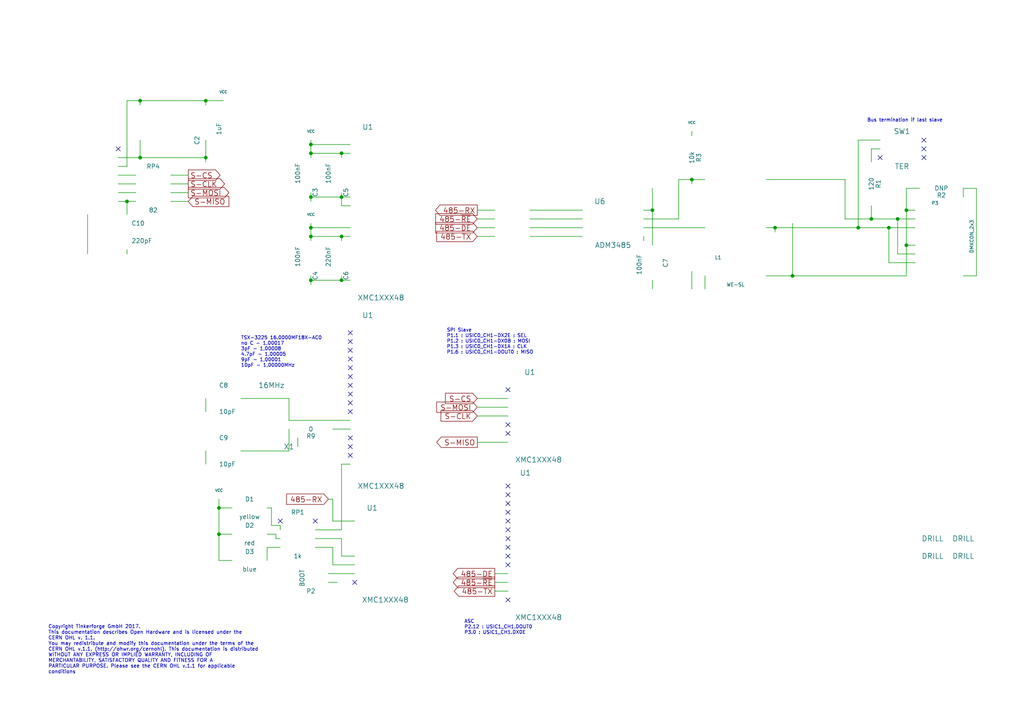
<source format=kicad_sch>
(kicad_sch (version 20230121) (generator eeschema)
  (paper "A4")
  (title_block (title "DMX Bricklet") (date "2017-05-05") (rev "1.0") (company "Tinkerforge GmbH") (comment 1 "Licensed under CERN OHL v.1.1") (comment 2 "Copyright (©) 2017, L.Lauer <lukas@tinkerforge.com>"))
  (lib_symbols)
  (junction (at 63.5 147.32))
  (junction (at 229.87 80.01))
  (junction (at 36.83 58.42))
  (junction (at 99.06 57.15))
  (junction (at 257.81 66.04))
  (junction (at 90.17 41.91))
  (junction (at 224.79 66.04))
  (junction (at 200.66 52.07))
  (junction (at 248.92 66.04))
  (junction (at 99.06 68.58))
  (junction (at 99.06 44.45))
  (junction (at 90.17 81.28))
  (junction (at 99.06 81.28))
  (junction (at 189.23 60.96))
  (junction (at 40.64 29.21))
  (junction (at 59.69 45.72))
  (junction (at 252.73 63.5))
  (junction (at 262.89 60.96))
  (junction (at 260.35 63.5))
  (junction (at 262.89 71.12))
  (junction (at 40.64 45.72))
  (junction (at 59.69 29.21))
  (junction (at 90.17 68.58))
  (junction (at 90.17 57.15))
  (junction (at 63.5 154.94))
  (junction (at 90.17 44.45))
  (junction (at 90.17 66.04))
  (no_connect (at 147.32 123.19))
  (no_connect (at 101.6 109.22))
  (no_connect (at 101.6 111.76))
  (no_connect (at 147.32 113.03))
  (no_connect (at 255.27 45.72))
  (no_connect (at 101.6 116.84))
  (no_connect (at 101.6 99.06))
  (no_connect (at 147.32 161.29))
  (no_connect (at 101.6 106.68))
  (no_connect (at 101.6 104.14))
  (no_connect (at 147.32 156.21))
  (no_connect (at 101.6 96.52))
  (no_connect (at 34.29 43.18))
  (no_connect (at 267.97 40.64))
  (no_connect (at 101.6 132.08))
  (no_connect (at 81.28 151.13))
  (no_connect (at 147.32 140.97))
  (no_connect (at 147.32 163.83))
  (no_connect (at 147.32 173.99))
  (no_connect (at 267.97 45.72))
  (no_connect (at 101.6 114.3))
  (no_connect (at 267.97 43.18))
  (no_connect (at 101.6 119.38))
  (no_connect (at 147.32 158.75))
  (no_connect (at 147.32 153.67))
  (no_connect (at 147.32 151.13))
  (no_connect (at 147.32 125.73))
  (no_connect (at 147.32 143.51))
  (no_connect (at 101.6 101.6))
  (no_connect (at 147.32 146.05))
  (no_connect (at 101.6 127))
  (no_connect (at 102.87 168.91))
  (no_connect (at 101.6 129.54))
  (no_connect (at 147.32 148.59))
  (no_connect (at 91.44 151.13))
  (wire (pts (xy 34.29 55.88) (xy 39.37 55.88)))
  (wire (pts (xy 69.85 115.57) (xy 83.82 115.57)))
  (wire (pts (xy 283.21 54.61) (xy 279.4 54.61)))
  (wire (pts (xy 229.87 80.01) (xy 229.87 64.77)))
  (wire (pts (xy 91.44 158.75) (xy 96.52 158.75)))
  (wire (pts (xy 99.06 57.15) (xy 99.06 59.69)))
  (wire (pts (xy 138.43 115.57) (xy 147.32 115.57)))
  (wire (pts (xy 147.32 168.91) (xy 143.51 168.91)))
  (wire (pts (xy 90.17 40.64) (xy 90.17 41.91)))
  (wire (pts (xy 49.53 55.88) (xy 54.61 55.88)))
  (wire (pts (xy 222.25 66.04) (xy 224.79 66.04)))
  (wire (pts (xy 99.06 81.28) (xy 99.06 80.01)))
  (wire (pts (xy 96.52 158.75) (xy 96.52 163.83)))
  (wire (pts (xy 245.11 63.5) (xy 252.73 63.5)))
  (wire (pts (xy 245.11 52.07) (xy 245.11 63.5)))
  (wire (pts (xy 200.66 52.07) (xy 204.47 52.07)))
  (wire (pts (xy 90.17 41.91) (xy 90.17 44.45)))
  (wire (pts (xy 265.43 71.12) (xy 262.89 71.12)))
  (wire (pts (xy 59.69 30.48) (xy 59.69 29.21)))
  (wire (pts (xy 90.17 55.88) (xy 90.17 57.15)))
  (wire (pts (xy 252.73 46.99) (xy 252.73 43.18)))
  (wire (pts (xy 222.25 80.01) (xy 229.87 80.01)))
  (wire (pts (xy 63.5 147.32) (xy 67.31 147.32)))
  (wire (pts (xy 59.69 134.62) (xy 59.69 130.81)))
  (wire (pts (xy 36.83 48.26) (xy 36.83 29.21)))
  (wire (pts (xy 189.23 60.96) (xy 186.69 60.96)))
  (wire (pts (xy 99.06 81.28) (xy 101.6 81.28)))
  (wire (pts (xy 266.7 54.61) (xy 262.89 54.61)))
  (wire (pts (xy 99.06 153.67) (xy 91.44 153.67)))
  (wire (pts (xy 34.29 58.42) (xy 36.83 58.42)))
  (wire (pts (xy 257.81 66.04) (xy 265.43 66.04)))
  (wire (pts (xy 99.06 59.69) (xy 101.6 59.69)))
  (wire (pts (xy 59.69 29.21) (xy 64.77 29.21)))
  (wire (pts (xy 262.89 60.96) (xy 262.89 71.12)))
  (wire (pts (xy 99.06 134.62) (xy 99.06 153.67)))
  (wire (pts (xy 189.23 81.28) (xy 189.23 83.82)))
  (wire (pts (xy 90.17 66.04) (xy 90.17 68.58)))
  (wire (pts (xy 262.89 71.12) (xy 262.89 80.01)))
  (wire (pts (xy 80.01 154.94) (xy 77.47 154.94)))
  (wire (pts (xy 138.43 128.27) (xy 147.32 128.27)))
  (wire (pts (xy 77.47 162.56) (xy 77.47 158.75)))
  (wire (pts (xy 262.89 54.61) (xy 262.89 60.96)))
  (wire (pts (xy 252.73 59.69) (xy 252.73 63.5)))
  (wire (pts (xy 153.67 60.96) (xy 168.91 60.96)))
  (wire (pts (xy 90.17 44.45) (xy 90.17 45.72)))
  (wire (pts (xy 189.23 60.96) (xy 189.23 71.12)))
  (wire (pts (xy 83.82 115.57) (xy 83.82 121.92)))
  (wire (pts (xy 90.17 68.58) (xy 90.17 69.85)))
  (wire (pts (xy 90.17 57.15) (xy 90.17 58.42)))
  (wire (pts (xy 49.53 53.34) (xy 54.61 53.34)))
  (wire (pts (xy 81.28 153.67) (xy 81.28 152.4)))
  (wire (pts (xy 59.69 45.72) (xy 40.64 45.72)))
  (wire (pts (xy 40.64 29.21) (xy 59.69 29.21)))
  (wire (pts (xy 101.6 41.91) (xy 90.17 41.91)))
  (wire (pts (xy 63.5 154.94) (xy 63.5 162.56)))
  (wire (pts (xy 78.74 152.4) (xy 78.74 147.32)))
  (wire (pts (xy 262.89 80.01) (xy 229.87 80.01)))
  (wire (pts (xy 36.83 58.42) (xy 39.37 58.42)))
  (wire (pts (xy 200.66 53.34) (xy 200.66 52.07)))
  (wire (pts (xy 96.52 151.13) (xy 96.52 144.78)))
  (wire (pts (xy 224.79 67.31) (xy 224.79 66.04)))
  (wire (pts (xy 90.17 44.45) (xy 99.06 44.45)))
  (wire (pts (xy 138.43 60.96) (xy 143.51 60.96)))
  (wire (pts (xy 138.43 118.11) (xy 147.32 118.11)))
  (wire (pts (xy 102.87 166.37) (xy 95.25 166.37)))
  (wire (pts (xy 99.06 68.58) (xy 99.06 69.85)))
  (wire (pts (xy 101.6 66.04) (xy 90.17 66.04)))
  (wire (pts (xy 90.17 64.77) (xy 90.17 66.04)))
  (wire (pts (xy 265.43 60.96) (xy 262.89 60.96)))
  (wire (pts (xy 283.21 80.01) (xy 283.21 54.61)))
  (wire (pts (xy 186.69 66.04) (xy 204.47 66.04)))
  (wire (pts (xy 153.67 63.5) (xy 168.91 63.5)))
  (wire (pts (xy 257.81 66.04) (xy 257.81 76.2)))
  (wire (pts (xy 77.47 158.75) (xy 81.28 158.75)))
  (wire (pts (xy 69.85 130.81) (xy 83.82 130.81)))
  (wire (pts (xy 143.51 68.58) (xy 138.43 68.58)))
  (wire (pts (xy 99.06 161.29) (xy 102.87 161.29)))
  (wire (pts (xy 143.51 63.5) (xy 138.43 63.5)))
  (wire (pts (xy 189.23 54.61) (xy 189.23 60.96)))
  (wire (pts (xy 252.73 63.5) (xy 260.35 63.5)))
  (wire (pts (xy 96.52 144.78) (xy 95.25 144.78)))
  (wire (pts (xy 96.52 163.83) (xy 102.87 163.83)))
  (wire (pts (xy 63.5 162.56) (xy 67.31 162.56)))
  (wire (pts (xy 49.53 50.8) (xy 54.61 50.8)))
  (wire (pts (xy 138.43 66.04) (xy 143.51 66.04)))
  (wire (pts (xy 143.51 166.37) (xy 147.32 166.37)))
  (wire (pts (xy 200.66 78.74) (xy 200.66 83.82)))
  (wire (pts (xy 59.69 40.64) (xy 59.69 45.72)))
  (wire (pts (xy 196.85 63.5) (xy 186.69 63.5)))
  (wire (pts (xy 99.06 44.45) (xy 101.6 44.45)))
  (wire (pts (xy 59.69 119.38) (xy 59.69 115.57)))
  (wire (pts (xy 83.82 121.92) (xy 101.6 121.92)))
  (wire (pts (xy 63.5 147.32) (xy 63.5 154.94)))
  (wire (pts (xy 40.64 45.72) (xy 40.64 40.64)))
  (wire (pts (xy 200.66 38.1) (xy 200.66 39.37)))
  (wire (pts (xy 59.69 45.72) (xy 59.69 46.99)))
  (wire (pts (xy 99.06 44.45) (xy 99.06 45.72)))
  (wire (pts (xy 40.64 45.72) (xy 34.29 45.72)))
  (wire (pts (xy 101.6 124.46) (xy 96.52 124.46)))
  (wire (pts (xy 279.4 80.01) (xy 283.21 80.01)))
  (wire (pts (xy 90.17 68.58) (xy 99.06 68.58)))
  (wire (pts (xy 36.83 72.39) (xy 36.83 73.66)))
  (wire (pts (xy 99.06 68.58) (xy 101.6 68.58)))
  (wire (pts (xy 101.6 57.15) (xy 99.06 57.15)))
  (wire (pts (xy 91.44 156.21) (xy 99.06 156.21)))
  (wire (pts (xy 279.4 54.61) (xy 279.4 57.15)))
  (wire (pts (xy 34.29 50.8) (xy 39.37 50.8)))
  (wire (pts (xy 260.35 73.66) (xy 265.43 73.66)))
  (wire (pts (xy 143.51 171.45) (xy 147.32 171.45)))
  (wire (pts (xy 153.67 66.04) (xy 168.91 66.04)))
  (wire (pts (xy 95.25 168.91) (xy 97.79 168.91)))
  (wire (pts (xy 186.69 68.58) (xy 186.69 69.85)))
  (wire (pts (xy 252.73 43.18) (xy 255.27 43.18)))
  (wire (pts (xy 34.29 48.26) (xy 36.83 48.26)))
  (wire (pts (xy 196.85 52.07) (xy 200.66 52.07)))
  (wire (pts (xy 83.82 130.81) (xy 83.82 124.46)))
  (wire (pts (xy 260.35 63.5) (xy 265.43 63.5)))
  (wire (pts (xy 99.06 55.88) (xy 99.06 57.15)))
  (wire (pts (xy 49.53 58.42) (xy 54.61 58.42)))
  (wire (pts (xy 25.4 62.23) (xy 25.4 73.66)))
  (wire (pts (xy 255.27 40.64) (xy 248.92 40.64)))
  (wire (pts (xy 248.92 40.64) (xy 248.92 66.04)))
  (wire (pts (xy 101.6 134.62) (xy 99.06 134.62)))
  (wire (pts (xy 248.92 66.04) (xy 257.81 66.04)))
  (wire (pts (xy 81.28 152.4) (xy 78.74 152.4)))
  (wire (pts (xy 86.36 129.54) (xy 86.36 127)))
  (wire (pts (xy 99.06 156.21) (xy 99.06 161.29)))
  (wire (pts (xy 153.67 68.58) (xy 168.91 68.58)))
  (wire (pts (xy 102.87 151.13) (xy 96.52 151.13)))
  (wire (pts (xy 80.01 156.21) (xy 80.01 154.94)))
  (wire (pts (xy 204.47 80.01) (xy 204.47 83.82)))
  (wire (pts (xy 78.74 147.32) (xy 77.47 147.32)))
  (wire (pts (xy 36.83 29.21) (xy 40.64 29.21)))
  (wire (pts (xy 90.17 81.28) (xy 90.17 82.55)))
  (wire (pts (xy 99.06 57.15) (xy 90.17 57.15)))
  (wire (pts (xy 138.43 120.65) (xy 147.32 120.65)))
  (wire (pts (xy 222.25 52.07) (xy 245.11 52.07)))
  (wire (pts (xy 260.35 63.5) (xy 260.35 73.66)))
  (wire (pts (xy 36.83 62.23) (xy 36.83 58.42)))
  (wire (pts (xy 196.85 52.07) (xy 196.85 63.5)))
  (wire (pts (xy 224.79 66.04) (xy 248.92 66.04)))
  (wire (pts (xy 63.5 154.94) (xy 67.31 154.94)))
  (wire (pts (xy 34.29 53.34) (xy 39.37 53.34)))
  (wire (pts (xy 257.81 76.2) (xy 265.43 76.2)))
  (wire (pts (xy 90.17 81.28) (xy 99.06 81.28)))
  (wire (pts (xy 81.28 156.21) (xy 80.01 156.21)))
  (wire (pts (xy 90.17 80.01) (xy 90.17 81.28)))
  (wire (pts (xy 40.64 30.48) (xy 40.64 29.21)))
  (wire (pts (xy 63.5 144.78) (xy 63.5 147.32)))
  (text "SPI Slave\nP1.1 : USIC0_CH1-DX2E : SEL\nP1.2 : USIC0_CH1-DX0B : MOSI\nP1.3 : USIC0_CH1-DX1A : CLK\nP1.6 : USIC0_CH1-DOUT0 : MISO" (at 129.54 102.87 0) (effects (font (size 0.9906 0.9906)) (justify left bottom)))
  (text "TSX-3225 16.0000MF18X-AC0\nno C - 1,00017\n3pF - 1,00008\n4.7pF - 1,00005\n9pF - 1,00001\n10pF - 1,00000MHz" (at 69.85 106.68 0) (effects (font (size 0.9906 0.9906)) (justify left bottom)))
  (text "Copyright Tinkerforge GmbH 2017.\nThis documentation describes Open Hardware and is licensed under the\nCERN OHL v. 1.1.\nYou may redistribute and modify this documentation under the terms of the\nCERN OHL v.1.1. (http://ohwr.org/cernohl). This documentation is distributed\nWITHOUT ANY EXPRESS OR IMPLIED WARRANTY, INCLUDING OF\nMERCHANTABILITY, SATISFACTORY QUALITY AND FITNESS FOR A\nPARTICULAR PURPOSE. Please see the CERN OHL v.1.1 for applicable\nconditions\n" (at 13.97 195.58 0) (effects (font (size 1.016 1.016)) (justify left bottom)))
  (text "Bus termination if last slave" (at 251.46 35.56 0) (effects (font (size 0.9906 0.9906)) (justify left bottom)))
  (text "ASC\nP2.12 : USIC1_CH1.DOUT0\nP3.0 : USIC1_CH1.DX0E" (at 134.62 184.15 0) (effects (font (size 0.9906 0.9906)) (justify left bottom)))
  (global_label "485-RX" (shape output) (at 138.43 60.96 180) (effects (font (size 1.524 1.524))) (property "Intersheetrefs" "${INTERSHEET_REFS}" (effects hide)))
  (global_label "S-MISO" (shape output) (at 138.43 128.27 180) (effects (font (size 1.524 1.524))) (property "Intersheetrefs" "${INTERSHEET_REFS}" (effects hide)))
  (global_label "S-MOSI" (shape input) (at 138.43 118.11 180) (effects (font (size 1.524 1.524))) (property "Intersheetrefs" "${INTERSHEET_REFS}" (effects hide)))
  (global_label "485-TX" (shape input) (at 138.43 68.58 180) (effects (font (size 1.524 1.524))) (property "Intersheetrefs" "${INTERSHEET_REFS}" (effects hide)))
  (global_label "485-~{RE}" (shape output) (at 143.51 168.91 180) (effects (font (size 1.524 1.524))) (property "Intersheetrefs" "${INTERSHEET_REFS}" (effects hide)))
  (global_label "485-~{RE}" (shape input) (at 138.43 63.5 180) (effects (font (size 1.524 1.524))) (property "Intersheetrefs" "${INTERSHEET_REFS}" (effects hide)))
  (global_label "485-DE" (shape input) (at 138.43 66.04 180) (effects (font (size 1.524 1.524))) (property "Intersheetrefs" "${INTERSHEET_REFS}" (effects hide)))
  (global_label "S-MISO" (shape input) (at 54.61 58.42 0) (effects (font (size 1.524 1.524))) (property "Intersheetrefs" "${INTERSHEET_REFS}" (effects hide)))
  (global_label "485-TX" (shape output) (at 143.51 171.45 180) (effects (font (size 1.524 1.524))) (property "Intersheetrefs" "${INTERSHEET_REFS}" (effects hide)))
  (global_label "485-DE" (shape output) (at 143.51 166.37 180) (effects (font (size 1.524 1.524))) (property "Intersheetrefs" "${INTERSHEET_REFS}" (effects hide)))
  (global_label "S-MOSI" (shape output) (at 54.61 55.88 0) (effects (font (size 1.524 1.524))) (property "Intersheetrefs" "${INTERSHEET_REFS}" (effects hide)))
  (global_label "S-CLK" (shape input) (at 138.43 120.65 180) (effects (font (size 1.524 1.524))) (property "Intersheetrefs" "${INTERSHEET_REFS}" (effects hide)))
  (global_label "S-CS" (shape output) (at 54.61 50.8 0) (effects (font (size 1.524 1.524))) (property "Intersheetrefs" "${INTERSHEET_REFS}" (effects hide)))
  (global_label "S-CLK" (shape output) (at 54.61 53.34 0) (effects (font (size 1.524 1.524))) (property "Intersheetrefs" "${INTERSHEET_REFS}" (effects hide)))
  (global_label "S-CS" (shape input) (at 138.43 115.57 180) (effects (font (size 1.524 1.524))) (property "Intersheetrefs" "${INTERSHEET_REFS}" (effects hide)))
  (global_label "485-RX" (shape input) (at 95.25 144.78 180) (effects (font (size 1.524 1.524))) (property "Intersheetrefs" "${INTERSHEET_REFS}" (effects hide)))
  (symbol (lib_id "CON-SENSOR2") (at 25.4 50.8 0) (mirror y) (unit 1)
    (property "Reference" "P1" (at 21.59 40.64 0) (effects (font (size 1.524 1.524))))
    (property "Value" "CON-SENSOR2" (at 21.59 50.8 90) (effects (font (size 1.524 1.524))))
    (property "Footprint" "kicad-libraries:CON-SENSOR2" (effects hide))
  )
  (symbol (lib_id "VCC") (at 64.77 29.21 0) (unit 1)
    (property "Reference" "#PWR01" (effects hide))
    (property "Value" "VCC" (at 64.77 26.67 0) (effects (font (size 0.762 0.762))))
  )
  (symbol (lib_id "DRILL") (at 279.4 156.21 0) (unit 1)
    (property "Reference" "U4" (effects hide))
    (property "Value" "DRILL" (at 279.4 156.21 0) (effects (font (size 1.524 1.524))))
    (property "Footprint" "kicad-libraries:DRILL_NP" (effects hide))
  )
  (symbol (lib_id "DRILL") (at 279.4 161.29 0) (unit 1)
    (property "Reference" "U5" (effects hide))
    (property "Value" "DRILL" (at 279.4 161.29 0) (effects (font (size 1.524 1.524))))
    (property "Footprint" "kicad-libraries:DRILL_NP" (effects hide))
  )
  (symbol (lib_id "DRILL") (at 270.51 161.29 0) (unit 1)
    (property "Reference" "U3" (effects hide))
    (property "Value" "DRILL" (at 270.51 161.29 0) (effects (font (size 1.524 1.524))))
    (property "Footprint" "kicad-libraries:DRILL_NP" (effects hide))
  )
  (symbol (lib_id "DRILL") (at 270.51 156.21 0) (unit 1)
    (property "Reference" "U2" (effects hide))
    (property "Value" "DRILL" (at 270.51 156.21 0) (effects (font (size 1.524 1.524))))
    (property "Footprint" "kicad-libraries:DRILL_NP" (effects hide))
  )
  (symbol (lib_id "C") (at 40.64 35.56 180) (unit 1)
    (property "Reference" "C1" (at 38.1 39.37 90) (effects (justify left)))
    (property "Value" "1uF" (at 44.45 35.56 90) (effects (justify left)))
    (property "Footprint" "kicad-libraries:C0603F" (effects hide))
  )
  (symbol (lib_id "C") (at 59.69 35.56 180) (unit 1)
    (property "Reference" "C2" (at 57.15 39.37 90) (effects (justify left)))
    (property "Value" "1uF" (at 63.5 35.56 90) (effects (justify left)))
    (property "Footprint" "kicad-libraries:C0603F" (effects hide))
  )
  (symbol (lib_id "GND") (at 59.69 46.99 0) (unit 1)
    (property "Reference" "#PWR02" (effects hide))
    (property "Value" "GND" (effects hide))
  )
  (symbol (lib_id "XMC1XXX48") (at 110.49 115.57 0) (unit 2)
    (property "Reference" "U1" (at 106.68 91.44 0) (effects (font (size 1.524 1.524))))
    (property "Value" "XMC1XXX48" (at 110.49 140.97 0) (effects (font (size 1.524 1.524))))
    (property "Footprint" "kicad-libraries:QFN48-EP2" (effects hide))
  )
  (symbol (lib_id "XMC1XXX48") (at 110.49 60.96 0) (unit 1)
    (property "Reference" "U1" (at 106.68 36.83 0) (effects (font (size 1.524 1.524))))
    (property "Value" "XMC1XXX48" (at 110.49 86.36 0) (effects (font (size 1.524 1.524))))
    (property "Footprint" "kicad-libraries:QFN48-EP2" (effects hide))
  )
  (symbol (lib_id "XMC1XXX48") (at 156.21 153.67 0) (unit 4)
    (property "Reference" "U1" (at 152.4 137.16 0) (effects (font (size 1.524 1.524))))
    (property "Value" "XMC1XXX48" (at 156.21 179.07 0) (effects (font (size 1.524 1.524))))
    (property "Footprint" "kicad-libraries:QFN48-EP2" (effects hide))
  )
  (symbol (lib_id "XMC1XXX48") (at 156.21 120.65 0) (unit 3)
    (property "Reference" "U1" (at 153.67 107.95 0) (effects (font (size 1.524 1.524))))
    (property "Value" "XMC1XXX48" (at 156.21 133.35 0) (effects (font (size 1.524 1.524))))
    (property "Footprint" "kicad-libraries:QFN48-EP2" (effects hide))
  )
  (symbol (lib_id "XMC1XXX48") (at 111.76 158.75 0) (unit 5)
    (property "Reference" "U1" (at 107.95 147.32 0) (effects (font (size 1.524 1.524))))
    (property "Value" "XMC1XXX48" (at 111.76 173.99 0) (effects (font (size 1.524 1.524))))
    (property "Footprint" "kicad-libraries:QFN48-EP2" (effects hide))
  )
  (symbol (lib_id "C") (at 90.17 50.8 0) (unit 1)
    (property "Reference" "C3" (at 91.44 57.15 90) (effects (justify left)))
    (property "Value" "100nF" (at 86.36 53.34 90) (effects (justify left)))
    (property "Footprint" "kicad-libraries:C0603F" (effects hide))
  )
  (symbol (lib_id "C") (at 99.06 50.8 0) (unit 1)
    (property "Reference" "C5" (at 100.33 57.15 90) (effects (justify left)))
    (property "Value" "100nF" (at 95.25 53.34 90) (effects (justify left)))
    (property "Footprint" "kicad-libraries:C0603F" (effects hide))
  )
  (symbol (lib_id "C") (at 99.06 74.93 0) (unit 1)
    (property "Reference" "C6" (at 100.33 81.28 90) (effects (justify left)))
    (property "Value" "220nF" (at 95.25 77.47 90) (effects (justify left)))
    (property "Footprint" "kicad-libraries:C0603F" (effects hide))
  )
  (symbol (lib_id "C") (at 90.17 74.93 0) (unit 1)
    (property "Reference" "C4" (at 91.44 81.28 90) (effects (justify left)))
    (property "Value" "100nF" (at 86.36 77.47 90) (effects (justify left)))
    (property "Footprint" "kicad-libraries:C0603F" (effects hide))
  )
  (symbol (lib_id "VCC") (at 90.17 40.64 0) (unit 1)
    (property "Reference" "#PWR03" (effects hide))
    (property "Value" "VCC" (at 90.17 38.1 0) (effects (font (size 0.762 0.762))))
  )
  (symbol (lib_id "VCC") (at 90.17 64.77 0) (unit 1)
    (property "Reference" "#PWR04" (effects hide))
    (property "Value" "VCC" (at 90.17 62.23 0) (effects (font (size 0.762 0.762))))
  )
  (symbol (lib_id "GND") (at 90.17 58.42 0) (unit 1)
    (property "Reference" "#PWR05" (effects hide))
    (property "Value" "GND" (effects hide))
  )
  (symbol (lib_id "GND") (at 90.17 82.55 0) (unit 1)
    (property "Reference" "#PWR06" (effects hide))
    (property "Value" "GND" (effects hide))
  )
  (symbol (lib_id "LED") (at 72.39 147.32 0) (unit 1)
    (property "Reference" "D1" (at 72.39 144.78 0))
    (property "Value" "yellow" (at 72.39 149.86 0))
    (property "Footprint" "kicad-libraries:D0603F" (effects hide))
  )
  (symbol (lib_id "LED") (at 72.39 154.94 0) (unit 1)
    (property "Reference" "D2" (at 72.39 152.4 0))
    (property "Value" "red" (at 72.39 157.48 0))
    (property "Footprint" "kicad-libraries:D0603F" (effects hide))
  )
  (symbol (lib_id "LED") (at 72.39 162.56 0) (unit 1)
    (property "Reference" "D3" (at 72.39 160.02 0))
    (property "Value" "blue" (at 72.39 165.1 0))
    (property "Footprint" "kicad-libraries:D0603F" (effects hide))
  )
  (symbol (lib_id "CONN_01X02") (at 90.17 167.64 180) (unit 1)
    (property "Reference" "P2" (at 90.17 171.45 0))
    (property "Value" "BOOT" (at 87.63 167.64 90))
    (property "Footprint" "kicad-libraries:SolderJumper" (effects hide))
  )
  (symbol (lib_id "R_PACK4") (at 86.36 160.02 0) (unit 1)
    (property "Reference" "RP1" (at 86.36 148.59 0))
    (property "Value" "1k" (at 86.36 161.29 0))
    (property "Footprint" "kicad-libraries:0603X4" (effects hide))
  )
  (symbol (lib_id "VCC") (at 63.5 144.78 0) (unit 1)
    (property "Reference" "#PWR07" (effects hide))
    (property "Value" "VCC" (at 63.5 142.24 0) (effects (font (size 0.762 0.762))))
  )
  (symbol (lib_id "C") (at 189.23 76.2 180) (unit 1)
    (property "Reference" "C7" (at 193.04 74.93 90) (effects (justify left)))
    (property "Value" "100nF" (at 185.42 73.66 90) (effects (justify left)))
    (property "Footprint" "kicad-libraries:C0603E" (effects hide))
  )
  (symbol (lib_id "R") (at 200.66 45.72 0) (unit 1)
    (property "Reference" "R3" (at 202.692 45.72 90))
    (property "Value" "10k" (at 200.66 45.72 90))
    (property "Footprint" "kicad-libraries:R0603F" (effects hide))
  )
  (symbol (lib_id "R") (at 200.66 59.69 0) (unit 1)
    (property "Reference" "R4" (at 202.692 59.69 90))
    (property "Value" "2.2k" (at 200.66 59.69 90))
    (property "Footprint" "kicad-libraries:R0603F" (effects hide))
  )
  (symbol (lib_id "R") (at 200.66 72.39 0) (unit 1)
    (property "Reference" "R5" (at 203.2 72.39 90))
    (property "Value" "10k" (at 200.66 72.39 90))
    (property "Footprint" "kicad-libraries:R0603F" (effects hide))
  )
  (symbol (lib_id "VCC") (at 189.23 54.61 0) (unit 1)
    (property "Reference" "#PWR08" (effects hide))
    (property "Value" "VCC" (at 189.23 52.07 0) (effects (font (size 0.762 0.762))))
  )
  (symbol (lib_id "GND") (at 189.23 83.82 0) (unit 1)
    (property "Reference" "#PWR09" (effects hide))
    (property "Value" "GND" (effects hide))
  )
  (symbol (lib_id "VCC") (at 200.66 38.1 0) (unit 1)
    (property "Reference" "#PWR010" (effects hide))
    (property "Value" "VCC" (at 200.66 35.56 0) (effects (font (size 0.762 0.762))))
  )
  (symbol (lib_id "TVS") (at 229.87 58.42 270) (unit 1)
    (property "Reference" "D5" (at 232.41 57.15 0) (effects (font (size 1.016 1.016))))
    (property "Value" "SMAJ24CA" (at 227.33 58.42 0) (effects (font (size 1.016 1.016))))
    (property "Footprint" "kicad-libraries:DO-214AC" (effects hide))
  )
  (symbol (lib_id "TVS") (at 224.79 73.66 270) (unit 1)
    (property "Reference" "D4" (at 227.33 72.39 0) (effects (font (size 1.016 1.016))))
    (property "Value" "SMAJ24CA" (at 222.25 73.66 0) (effects (font (size 1.016 1.016))))
    (property "Footprint" "kicad-libraries:DO-214AC" (effects hide))
  )
  (symbol (lib_id "R_PACK4") (at 148.59 69.85 0) (unit 1)
    (property "Reference" "RP2" (at 148.59 58.42 0))
    (property "Value" "10k" (at 148.59 71.12 0))
    (property "Footprint" "kicad-libraries:0603X4" (effects hide))
  )
  (symbol (lib_id "C") (at 64.77 115.57 270) (unit 1)
    (property "Reference" "C8" (at 63.5 111.76 90) (effects (justify left)))
    (property "Value" "10pF" (at 63.5 119.38 90) (effects (justify left)))
    (property "Footprint" "kicad-libraries:C0603F" (effects hide))
  )
  (symbol (lib_id "C") (at 64.77 130.81 270) (unit 1)
    (property "Reference" "C9" (at 63.5 127 90) (effects (justify left)))
    (property "Value" "10pF" (at 63.5 134.62 90) (effects (justify left)))
    (property "Footprint" "kicad-libraries:C0603F" (effects hide))
  )
  (symbol (lib_id "GND") (at 59.69 134.62 0) (unit 1)
    (property "Reference" "#PWR011" (effects hide))
    (property "Value" "GND" (effects hide))
  )
  (symbol (lib_id "R") (at 90.17 124.46 270) (unit 1)
    (property "Reference" "R9" (at 90.17 126.492 90))
    (property "Value" "0" (at 90.17 124.46 90))
    (property "Footprint" "kicad-libraries:R0402F" (effects hide))
  )
  (symbol (lib_id "CRYSTAL_3225") (at 78.74 123.19 90) (unit 1)
    (property "Reference" "X1" (at 83.82 129.54 90) (effects (font (size 1.524 1.524))))
    (property "Value" "16MHz" (at 78.74 111.76 90) (effects (font (size 1.524 1.524))))
    (property "Footprint" "kicad-libraries:CRYSTAL_3225" (effects hide))
  )
  (symbol (lib_id "GND") (at 59.69 119.38 0) (unit 1)
    (property "Reference" "#PWR012" (effects hide))
    (property "Value" "GND" (effects hide))
  )
  (symbol (lib_id "GND") (at 86.36 129.54 0) (unit 1)
    (property "Reference" "#PWR013" (effects hide))
    (property "Value" "GND" (effects hide))
  )
  (symbol (lib_id "GND") (at 97.79 168.91 90) (unit 1)
    (property "Reference" "#PWR014" (effects hide))
    (property "Value" "GND" (effects hide))
  )
  (symbol (lib_id "DMXCON_2x3") (at 275.59 68.58 0) (unit 1)
    (property "Reference" "P3" (at 271.1704 58.928 0) (effects (font (size 0.9906 0.9906))))
    (property "Value" "DMXCON_2x3" (at 281.8384 68.58 90) (effects (font (size 0.9906 0.9906))))
    (property "Footprint" "kicad-libraries:DMX_IN_OUT_2x3POL" (effects hide))
  )
  (symbol (lib_id "ADM3485") (at 177.8 64.77 0) (unit 1)
    (property "Reference" "U6" (at 173.99 58.42 0) (effects (font (size 1.524 1.524))))
    (property "Value" "ADM3485" (at 177.8 71.12 0) (effects (font (size 1.524 1.524))))
    (property "Footprint" "kicad-libraries:SOIC8" (effects hide))
  )
  (symbol (lib_id "WE-SL") (at 213.36 52.07 0) (unit 1)
    (property "Reference" "L1" (at 208.28 46.736 0) (effects (font (size 1.016 1.016))))
    (property "Value" "WE-SL" (at 213.36 54.61 0) (effects (font (size 1.016 1.016))))
    (property "Footprint" "kicad-libraries:WE-SL" (effects hide))
  )
  (symbol (lib_id "WE-SL") (at 213.36 66.04 0) (unit 2)
    (property "Reference" "L1" (at 208.28 60.706 0) (effects (font (size 1.016 1.016))))
    (property "Value" "WE-SL" (at 213.36 68.58 0) (effects (font (size 1.016 1.016))))
    (property "Footprint" "kicad-libraries:WE-SL" (effects hide))
  )
  (symbol (lib_id "WE-SL") (at 213.36 80.01 0) (unit 3)
    (property "Reference" "L1" (at 208.28 74.676 0) (effects (font (size 1.016 1.016))))
    (property "Value" "WE-SL" (at 213.36 82.55 0) (effects (font (size 1.016 1.016))))
    (property "Footprint" "kicad-libraries:WE-SL" (effects hide))
  )
  (symbol (lib_id "SS-2P2T-08") (at 261.62 43.18 0) (unit 1)
    (property "Reference" "SW1" (at 261.62 38.1 0) (effects (font (size 1.524 1.524))))
    (property "Value" "TER" (at 261.62 48.26 0) (effects (font (size 1.524 1.524))))
    (property "Footprint" "kicad-libraries:SLIDE_SWITCH" (effects hide))
  )
  (symbol (lib_id "R") (at 252.73 53.34 0) (unit 1)
    (property "Reference" "R1" (at 254.762 53.34 90))
    (property "Value" "120" (at 252.73 53.34 90))
    (property "Footprint" "kicad-libraries:R0603F" (effects hide))
  )
  (symbol (lib_id "GND") (at 186.69 69.85 0) (unit 1)
    (property "Reference" "#PWR015" (effects hide))
    (property "Value" "GND" (effects hide))
  )
  (symbol (lib_id "GND") (at 200.66 83.82 0) (unit 1)
    (property "Reference" "#PWR016" (effects hide))
    (property "Value" "GND" (effects hide))
  )
  (symbol (lib_id "GND") (at 204.47 83.82 0) (unit 1)
    (property "Reference" "#PWR017" (effects hide))
    (property "Value" "GND" (effects hide))
  )
  (symbol (lib_id "R_PACK4") (at 44.45 59.69 0) (mirror y) (unit 1)
    (property "Reference" "RP4" (at 44.45 48.26 0))
    (property "Value" "82" (at 44.45 60.96 0))
    (property "Footprint" "kicad-libraries:4X0402" (effects hide))
  )
  (symbol (lib_id "C") (at 36.83 67.31 0) (unit 1)
    (property "Reference" "C10" (at 38.1 64.77 0) (effects (justify left)))
    (property "Value" "220pF" (at 38.1 69.85 0) (effects (justify left)))
    (property "Footprint" "kicad-libraries:C0402F" (effects hide))
  )
  (symbol (lib_id "GND") (at 36.83 73.66 0) (unit 1)
    (property "Reference" "#PWR018" (effects hide))
    (property "Value" "GND" (effects hide))
  )
  (symbol (lib_id "GND") (at 25.4 73.66 0) (unit 1)
    (property "Reference" "#PWR019" (effects hide))
    (property "Value" "GND" (effects hide))
  )
  (symbol (lib_id "R") (at 273.05 54.61 270) (unit 1)
    (property "Reference" "R2" (at 273.05 56.642 90))
    (property "Value" "DNP" (at 273.05 54.61 90))
    (property "Footprint" "kicad-libraries:R1206" (effects hide))
  )
)
</source>
